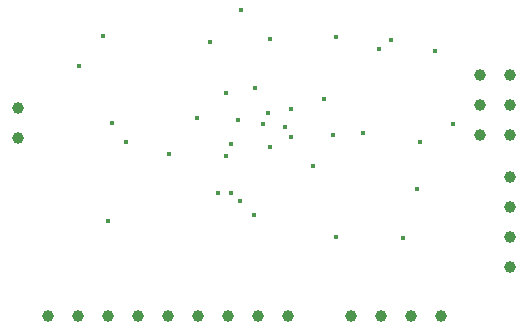
<source format=gbr>
%TF.GenerationSoftware,KiCad,Pcbnew,9.0.5*%
%TF.CreationDate,2025-10-30T12:00:35+09:00*%
%TF.ProjectId,MCU_Datalogger,4d43555f-4461-4746-916c-6f676765722e,1*%
%TF.SameCoordinates,Original*%
%TF.FileFunction,Plated,1,2,PTH,Drill*%
%TF.FilePolarity,Positive*%
%FSLAX46Y46*%
G04 Gerber Fmt 4.6, Leading zero omitted, Abs format (unit mm)*
G04 Created by KiCad (PCBNEW 9.0.5) date 2025-10-30 12:00:35*
%MOMM*%
%LPD*%
G01*
G04 APERTURE LIST*
%TA.AperFunction,ViaDrill*%
%ADD10C,0.400000*%
%TD*%
%TA.AperFunction,ComponentDrill*%
%ADD11C,1.000000*%
%TD*%
G04 APERTURE END LIST*
D10*
X146558000Y-65786000D03*
X148590000Y-63246000D03*
X149018281Y-78914281D03*
X149352000Y-70612000D03*
X150495000Y-72263000D03*
X154186652Y-73287652D03*
X156518143Y-70226001D03*
X157607000Y-63791000D03*
X158314500Y-76581000D03*
X159004000Y-68072000D03*
X159004000Y-73406000D03*
X159385000Y-76581000D03*
X159390237Y-72376036D03*
X159968364Y-70409636D03*
X160148503Y-77226809D03*
X160274000Y-61087000D03*
X161363999Y-78442304D03*
X161434501Y-67676090D03*
X162086993Y-70704940D03*
X162553553Y-69820447D03*
X162673414Y-72639718D03*
X162687000Y-63500000D03*
X163957000Y-70993000D03*
X164488499Y-71840062D03*
X164494500Y-69476709D03*
X166370000Y-74301000D03*
X167296000Y-68580000D03*
X168021000Y-71628000D03*
X168275000Y-63373000D03*
X168275000Y-80264000D03*
X170561000Y-71501000D03*
X171958000Y-64389000D03*
X172974000Y-63627000D03*
X173990000Y-80391000D03*
X175133000Y-76205000D03*
X175387000Y-72263000D03*
X176657000Y-64516000D03*
X178181000Y-70739000D03*
D11*
%TO.C,BAT*%
X141413000Y-69404000D03*
X141413000Y-71944000D03*
%TO.C,J2*%
X143953000Y-86995000D03*
X146493000Y-86995000D03*
X149033000Y-86995000D03*
X151573000Y-86995000D03*
X154113000Y-86995000D03*
X156653000Y-86995000D03*
X159193000Y-86995000D03*
X161733000Y-86995000D03*
X164273000Y-86995000D03*
%TO.C,J3*%
X169607000Y-86995000D03*
X172147000Y-86995000D03*
X174687000Y-86995000D03*
X177227000Y-86995000D03*
%TO.C,J4*%
X180457000Y-66548000D03*
X180457000Y-69088000D03*
X180457000Y-71628000D03*
X182997000Y-66548000D03*
X182997000Y-69088000D03*
X182997000Y-71628000D03*
%TO.C,J1*%
X183007000Y-75184000D03*
X183007000Y-77724000D03*
X183007000Y-80264000D03*
X183007000Y-82804000D03*
M02*

</source>
